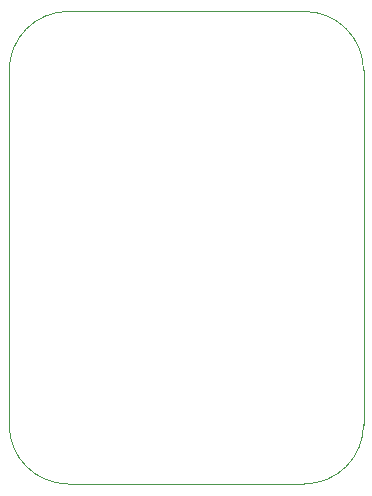
<source format=gbr>
%TF.GenerationSoftware,KiCad,Pcbnew,5.1.6-1.fc32*%
%TF.CreationDate,2020-08-29T01:18:13+01:00*%
%TF.ProjectId,ACNodeAdaptor,41434e6f-6465-4416-9461-70746f722e6b,rev?*%
%TF.SameCoordinates,Original*%
%TF.FileFunction,Profile,NP*%
%FSLAX46Y46*%
G04 Gerber Fmt 4.6, Leading zero omitted, Abs format (unit mm)*
G04 Created by KiCad (PCBNEW 5.1.6-1.fc32) date 2020-08-29 01:18:13*
%MOMM*%
%LPD*%
G01*
G04 APERTURE LIST*
%TA.AperFunction,Profile*%
%ADD10C,0.050000*%
%TD*%
G04 APERTURE END LIST*
D10*
X135000000Y-110000000D02*
G75*
G02*
X130000000Y-105000000I0J5000000D01*
G01*
X160000000Y-105000000D02*
G75*
G02*
X155000000Y-110000000I-5000000J0D01*
G01*
X155000000Y-70000000D02*
G75*
G02*
X160000000Y-75000000I0J-5000000D01*
G01*
X130000000Y-75000000D02*
G75*
G02*
X135000000Y-70000000I5000000J0D01*
G01*
X130000000Y-105000000D02*
X130000000Y-75000000D01*
X155000000Y-110000000D02*
X135000000Y-110000000D01*
X160000000Y-75000000D02*
X160000000Y-105000000D01*
X135000000Y-70000000D02*
X155000000Y-70000000D01*
M02*

</source>
